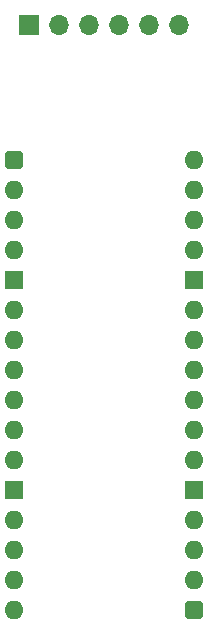
<source format=gbs>
%TF.GenerationSoftware,KiCad,Pcbnew,8.0.7*%
%TF.CreationDate,2025-02-05T16:55:55+02:00*%
%TF.ProjectId,TTL5V,54544c35-562e-46b6-9963-61645f706362,V0*%
%TF.SameCoordinates,Original*%
%TF.FileFunction,Soldermask,Bot*%
%TF.FilePolarity,Negative*%
%FSLAX46Y46*%
G04 Gerber Fmt 4.6, Leading zero omitted, Abs format (unit mm)*
G04 Created by KiCad (PCBNEW 8.0.7) date 2025-02-05 16:55:55*
%MOMM*%
%LPD*%
G01*
G04 APERTURE LIST*
G04 Aperture macros list*
%AMRoundRect*
0 Rectangle with rounded corners*
0 $1 Rounding radius*
0 $2 $3 $4 $5 $6 $7 $8 $9 X,Y pos of 4 corners*
0 Add a 4 corners polygon primitive as box body*
4,1,4,$2,$3,$4,$5,$6,$7,$8,$9,$2,$3,0*
0 Add four circle primitives for the rounded corners*
1,1,$1+$1,$2,$3*
1,1,$1+$1,$4,$5*
1,1,$1+$1,$6,$7*
1,1,$1+$1,$8,$9*
0 Add four rect primitives between the rounded corners*
20,1,$1+$1,$2,$3,$4,$5,0*
20,1,$1+$1,$4,$5,$6,$7,0*
20,1,$1+$1,$6,$7,$8,$9,0*
20,1,$1+$1,$8,$9,$2,$3,0*%
G04 Aperture macros list end*
%ADD10R,1.700000X1.700000*%
%ADD11O,1.700000X1.700000*%
%ADD12RoundRect,0.400000X-0.400000X-0.400000X0.400000X-0.400000X0.400000X0.400000X-0.400000X0.400000X0*%
%ADD13O,1.600000X1.600000*%
%ADD14R,1.600000X1.600000*%
G04 APERTURE END LIST*
D10*
%TO.C,J2*%
X1270001Y11430000D03*
D11*
X3810001Y11430000D03*
X6350001Y11430000D03*
X8890001Y11430000D03*
X11430001Y11430000D03*
X13970001Y11430000D03*
%TD*%
D12*
%TO.C,J1*%
X0Y0D03*
D13*
X0Y-2540000D03*
X0Y-5080000D03*
X0Y-7620000D03*
D14*
X0Y-10160000D03*
D13*
X0Y-12700000D03*
X0Y-15240000D03*
X0Y-17780000D03*
X0Y-20320000D03*
X0Y-22860000D03*
X0Y-25400000D03*
D14*
X0Y-27940000D03*
D13*
X0Y-30480000D03*
X0Y-33020000D03*
X0Y-35560000D03*
X0Y-38100000D03*
D12*
X15240000Y-38100000D03*
D13*
X15240000Y-35560000D03*
X15240000Y-33020000D03*
X15240000Y-30480000D03*
D14*
X15240000Y-27940000D03*
D13*
X15240000Y-25400000D03*
X15240000Y-22860000D03*
X15240000Y-20320000D03*
X15240000Y-17780000D03*
X15240000Y-15240000D03*
X15240000Y-12700000D03*
D14*
X15240000Y-10160000D03*
D13*
X15240000Y-7620000D03*
X15240000Y-5080000D03*
X15240000Y-2540000D03*
X15240000Y0D03*
%TD*%
M02*

</source>
